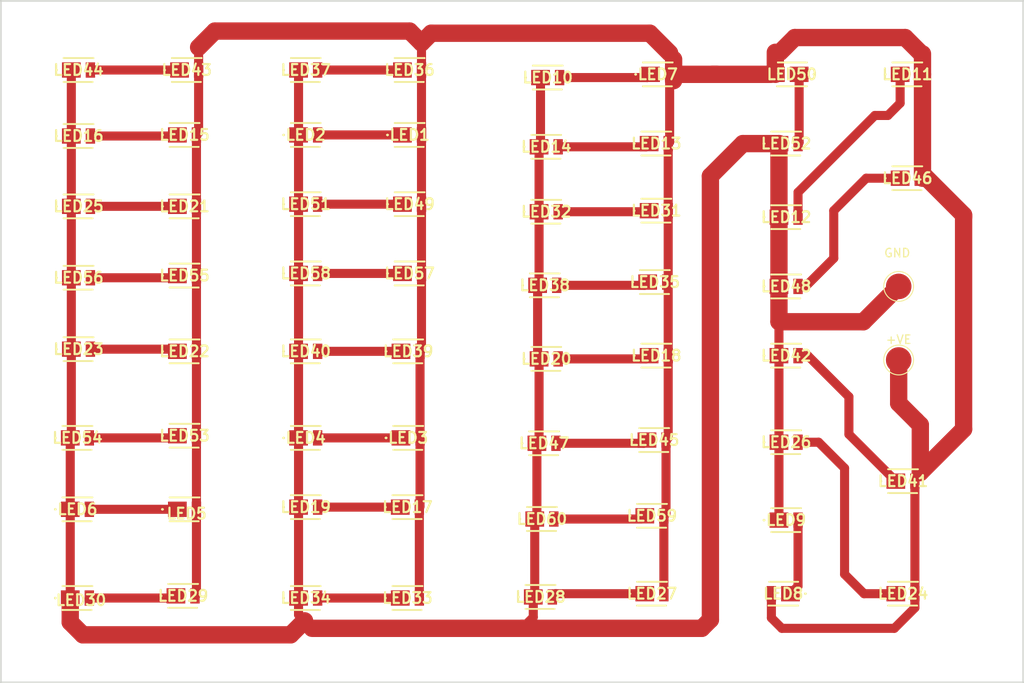
<source format=kicad_pcb>
(kicad_pcb (version 20211014) (generator pcbnew)
  (layers (0 "F.Cu" signal) (31 "B.Cu" signal) (34 "B.Paste" user) (35 "F.Paste" user) (36 "B.SilkS" user "B.Silkscreen") (37 "F.SilkS" user "F.Silkscreen") (38 "B.Mask" user) (39 "F.Mask" user) (44 "Edge.Cuts" user))
  (net 0 "")
  (net 1 "+24V")
  (net 2 "GND")
  (net 3 "Net-(LED46-Pad1)")
  (net 4 "Net-(LED33-Pad1)")
  (net 5 "Net-(LED45-Pad1)")
  (net 6 "Net-(LED43-Pad1)")
  (net 7 "Net-(LED41-Pad1)")
  (net 8 "Net-(LED39-Pad1)")
  (net 9 "Net-(LED35-Pad1)")
  (net 10 "Net-(LED36-Pad1)")
  (net 11 "Net-(LED31-Pad1)")
  (net 12 "Net-(LED49-Pad1)")
  (net 13 "Net-(LED50-Pad1)")
  (net 14 "Net-(LED53-Pad1)")
  (net 15 "Net-(LED55-Pad1)")
  (net 16 "Net-(LED57-Pad1)")
  (net 17 "Net-(LED59-Pad1)")
  (net 18 "Net-(LED17-Pad1)")
  (net 19 "Net-(LED1-Pad1)")
  (net 20 "Net-(LED3-Pad1)")
  (net 21 "Net-(LED5-Pad1)")
  (net 22 "Net-(LED10-Pad2)")
  (net 23 "Net-(LED8-Pad1)")
  (net 24 "Net-(LED11-Pad1)")
  (net 25 "Net-(LED13-Pad1)")
  (net 26 "Net-(LED15-Pad1)")
  (net 27 "Net-(LED18-Pad1)")
  (net 28 "Net-(LED21-Pad1)")
  (net 29 "Net-(LED22-Pad1)")
  (net 30 "Net-(LED24-Pad1)")
  (net 31 "Net-(LED27-Pad1)")
  (net 32 "Net-(LED29-Pad1)")
  (footprint "2835-library:JB2835BWTGH40EA0000N0000001" (layer "F.Cu") (at 52.864 86.868)
    (fp_text reference "LED43" (at 0.845 0) (layer "F.SilkS") (effects (font (size 1.27 1.27) (thickness 0.254))))
    (fp_text value "JB2835BWT-G-H40EA0000-N0000001" hide)
    (pad "1" smd rect locked (at 0 0 90) (size 1.8 2.2) (layers "F.Cu" "F.Paste" "F.Mask") (net 6 "Net-(LED43-Pad1)"))
    (pad "2" smd rect locked (at 2.24 0) (size 1.1 1.8) (layers "F.Cu" "F.Paste" "F.Mask") (net 1 "+24V"))
  )
  (footprint "2835-library:JB2835BWTGH40EA0000N0000001" (layer "F.Cu") (at 40.164 119.634)
    (fp_text reference "LED23" (at 0.845 0) (layer "F.SilkS") (effects (font (size 1.27 1.27) (thickness 0.254))))
    (fp_text value "JB2835BWT-G-H40EA0000-N0000001" hide)
    (pad "1" smd rect locked (at 0 0 90) (size 1.8 2.2) (layers "F.Cu" "F.Paste" "F.Mask") (net 2 "GND"))
    (pad "2" smd rect locked (at 2.24 0) (size 1.1 1.8) (layers "F.Cu" "F.Paste" "F.Mask") (net 29 "Net-(LED22-Pad1)"))
  )
  (footprint "2835-library:JB2835BWTGH40EA0000N0000001" (layer "F.Cu") (at 137.446 99.568)
    (fp_text reference "LED46" (at 0.845 0) (layer "F.SilkS") (effects (font (size 1.27 1.27) (thickness 0.254))))
    (fp_text value "JB2835BWT-G-H40EA0000-N0000001" hide)
    (pad "1" smd rect locked (at 0 0 90) (size 1.8 2.2) (layers "F.Cu" "F.Paste" "F.Mask") (net 3 "Net-(LED46-Pad1)"))
    (pad "2" smd rect locked (at 2.24 0) (size 1.1 1.8) (layers "F.Cu" "F.Paste" "F.Mask") (net 1 "+24V"))
  )
  (footprint "2835-library:JB2835BWTGH40EA0000N0000001" (layer "F.Cu") (at 136.938 148.336)
    (fp_text reference "LED24" (at 0.845 0) (layer "F.SilkS") (effects (font (size 1.27 1.27) (thickness 0.254))))
    (fp_text value "JB2835BWT-G-H40EA0000-N0000001" hide)
    (pad "1" smd rect locked (at 0 0 90) (size 1.8 2.2) (layers "F.Cu" "F.Paste" "F.Mask") (net 30 "Net-(LED24-Pad1)"))
    (pad "2" smd rect locked (at 2.24 0) (size 1.1 1.8) (layers "F.Cu" "F.Paste" "F.Mask") (net 1 "+24V"))
  )
  (footprint "2835-library:JB2835BWTGH40EA0000N0000001" (layer "F.Cu") (at 107.474 148.336)
    (fp_text reference "LED27" (at 0.845 0) (layer "F.SilkS") (effects (font (size 1.27 1.27) (thickness 0.254))))
    (fp_text value "JB2835BWT-G-H40EA0000-N0000001" hide)
    (pad "1" smd rect locked (at 0 0 90) (size 1.8 2.2) (layers "F.Cu" "F.Paste" "F.Mask") (net 31 "Net-(LED27-Pad1)"))
    (pad "2" smd rect locked (at 2.24 0) (size 1.1 1.8) (layers "F.Cu" "F.Paste" "F.Mask") (net 1 "+24V"))
  )
  (footprint "2835-library:JB2835BWTGH40EA0000N0000001" (layer "F.Cu") (at 66.834 94.488)
    (fp_text reference "LED2" (at 0.845 0) (layer "F.SilkS") (effects (font (size 1.27 1.27) (thickness 0.254))))
    (fp_text value "JB2835BWT-G-H40EA0000-N0000001" hide)
    (pad "1" smd rect locked (at 0 0 90) (size 1.8 2.2) (layers "F.Cu" "F.Paste" "F.Mask") (net 2 "GND"))
    (pad "2" smd rect locked (at 2.24 0) (size 1.1 1.8) (layers "F.Cu" "F.Paste" "F.Mask") (net 19 "Net-(LED1-Pad1)"))
  )
  (footprint "2835-library:JB2835BWTGH40EA0000N0000001" (layer "F.Cu") (at 78.772 138.176)
    (fp_text reference "LED17" (at 0.845 0) (layer "F.SilkS") (effects (font (size 1.27 1.27) (thickness 0.254))))
    (fp_text value "JB2835BWT-G-H40EA0000-N0000001" hide)
    (pad "1" smd rect locked (at 0 0 90) (size 1.8 2.2) (layers "F.Cu" "F.Paste" "F.Mask") (net 18 "Net-(LED17-Pad1)"))
    (pad "2" smd rect locked (at 2.24 0) (size 1.1 1.8) (layers "F.Cu" "F.Paste" "F.Mask") (net 1 "+24V"))
  )
  (footprint "2835-library:JB2835BWTGH40EA0000N0000001" (layer "F.Cu") (at 52.439 148.59)
    (fp_text reference "LED29" (at 0.845 0) (layer "F.SilkS") (effects (font (size 1.27 1.27) (thickness 0.254))))
    (fp_text value "JB2835BWT-G-H40EA0000-N0000001" hide)
    (pad "1" smd rect locked (at 0 0 90) (size 1.8 2.2) (layers "F.Cu" "F.Paste" "F.Mask") (net 32 "Net-(LED29-Pad1)"))
    (pad "2" smd rect locked (at 2.24 0) (size 1.1 1.8) (layers "F.Cu" "F.Paste" "F.Mask") (net 1 "+24V"))
  )
  (footprint "2835-library:JB2835BWTGH40EA0000N0000001" (layer "F.Cu") (at 123.222 112.268)
    (fp_text reference "LED48" (at 0.845 0) (layer "F.SilkS") (effects (font (size 1.27 1.27) (thickness 0.254))))
    (fp_text value "JB2835BWT-G-H40EA0000-N0000001" hide)
    (pad "1" smd rect locked (at 0 0 90) (size 1.8 2.2) (layers "F.Cu" "F.Paste" "F.Mask") (net 2 "GND"))
    (pad "2" smd rect locked (at 2.24 0) (size 1.1 1.8) (layers "F.Cu" "F.Paste" "F.Mask") (net 3 "Net-(LED46-Pad1)"))
  )
  (footprint "2835-library:JB2835BWTGH40EA0000N0000001" (layer "F.Cu") (at 123.222 139.7)
    (fp_text reference "LED9" (at 0.845 0) (layer "F.SilkS") (effects (font (size 1.27 1.27) (thickness 0.254))))
    (fp_text value "JB2835BWT-G-H40EA0000-N0000001" hide)
    (pad "1" smd rect locked (at 0 0 90) (size 1.8 2.2) (layers "F.Cu" "F.Paste" "F.Mask") (net 2 "GND"))
    (pad "2" smd rect locked (at 2.24 0) (size 1.1 1.8) (layers "F.Cu" "F.Paste" "F.Mask") (net 23 "Net-(LED8-Pad1)"))
  )
  (footprint "2835-library:JB2835BWTGH40EA0000N0000001" (layer "F.Cu") (at 95.065 95.883)
    (fp_text reference "LED14" (at 0.845 0) (layer "F.SilkS") (effects (font (size 1.27 1.27) (thickness 0.254))))
    (fp_text value "JB2835BWT-G-H40EA0000-N0000001" hide)
    (pad "1" smd rect locked (at 0 0 90) (size 1.8 2.2) (layers "F.Cu" "F.Paste" "F.Mask") (net 2 "GND"))
    (pad "2" smd rect locked (at 2.24 0) (size 1.1 1.8) (layers "F.Cu" "F.Paste" "F.Mask") (net 25 "Net-(LED13-Pad1)"))
  )
  (footprint "TestPoint:TestPoint_Pad_D3.0mm" (layer "F.Cu") (at 137.275 112.268)
    (fp_text reference "GND" (at -0.171 -3.922) (layer "F.SilkS"))
    (fp_text value "TestPoint")
    (pad "1" smd circle (at 0 0) (size 3 3) (layers "F.Cu" "F.Mask") (net 2 "GND"))
  )
  (footprint "2835-library:JB2835BWTGH40EA0000N0000001" (layer "F.Cu") (at 94.811 130.681)
    (fp_text reference "LED47" (at 0.845 0) (layer "F.SilkS") (effects (font (size 1.27 1.27) (thickness 0.254))))
    (fp_text value "JB2835BWT-G-H40EA0000-N0000001" hide)
    (pad "1" smd rect locked (at 0 0 90) (size 1.8 2.2) (layers "F.Cu" "F.Paste" "F.Mask") (net 2 "GND"))
    (pad "2" smd rect locked (at 2.24 0) (size 1.1 1.8) (layers "F.Cu" "F.Paste" "F.Mask") (net 5 "Net-(LED45-Pad1)"))
  )
  (footprint "TestPoint:TestPoint_Pad_D3.0mm" (layer "F.Cu") (at 137.275 120.904)
    (fp_text reference "+VE" (at 0 -2.398) (layer "F.SilkS"))
    (fp_text value "TestPoint")
    (pad "1" smd circle (at 0 0) (size 3 3) (layers "F.Cu" "F.Mask") (net 1 "+24V"))
  )
  (footprint "2835-library:JB2835BWTGH40EA0000N0000001" (layer "F.Cu") (at 52.61 110.998)
    (fp_text reference "LED55" (at 0.845 0) (layer "F.SilkS") (effects (font (size 1.27 1.27) (thickness 0.254))))
    (fp_text value "JB2835BWT-G-H40EA0000-N0000001" hide)
    (pad "1" smd rect locked (at 0 0 90) (size 1.8 2.2) (layers "F.Cu" "F.Paste" "F.Mask") (net 15 "Net-(LED55-Pad1)"))
    (pad "2" smd rect locked (at 2.24 0) (size 1.1 1.8) (layers "F.Cu" "F.Paste" "F.Mask") (net 1 "+24V"))
  )
  (footprint "2835-library:JB2835BWTGH40EA0000N0000001" (layer "F.Cu") (at 123.222 120.396)
    (fp_text reference "LED42" (at 0.845 0) (layer "F.SilkS") (effects (font (size 1.27 1.27) (thickness 0.254))))
    (fp_text value "JB2835BWT-G-H40EA0000-N0000001" hide)
    (pad "1" smd rect locked (at 0 0 90) (size 1.8 2.2) (layers "F.Cu" "F.Paste" "F.Mask") (net 2 "GND"))
    (pad "2" smd rect locked (at 2.24 0) (size 1.1 1.8) (layers "F.Cu" "F.Paste" "F.Mask") (net 7 "Net-(LED41-Pad1)"))
  )
  (footprint "2835-library:JB2835BWTGH40EA0000N0000001" (layer "F.Cu") (at 123.222 104.14)
    (fp_text reference "LED12" (at 0.845 0) (layer "F.SilkS") (effects (font (size 1.27 1.27) (thickness 0.254))))
    (fp_text value "JB2835BWT-G-H40EA0000-N0000001" hide)
    (pad "1" smd rect locked (at 0 0 90) (size 1.8 2.2) (layers "F.Cu" "F.Paste" "F.Mask") (net 2 "GND"))
    (pad "2" smd rect locked (at 2.24 0) (size 1.1 1.8) (layers "F.Cu" "F.Paste" "F.Mask") (net 24 "Net-(LED11-Pad1)"))
  )
  (footprint "2835-library:JB2835BWTGH40EA0000N0000001" (layer "F.Cu") (at 79.026 110.744)
    (fp_text reference "LED57" (at 0.845 0) (layer "F.SilkS") (effects (font (size 1.27 1.27) (thickness 0.254))))
    (fp_text value "JB2835BWT-G-H40EA0000-N0000001" hide)
    (pad "1" smd rect locked (at 0 0 90) (size 1.8 2.2) (layers "F.Cu" "F.Paste" "F.Mask") (net 16 "Net-(LED57-Pad1)"))
    (pad "2" smd rect locked (at 2.24 0) (size 1.1 1.8) (layers "F.Cu" "F.Paste" "F.Mask") (net 1 "+24V"))
  )
  (footprint "2835-library:JB2835BWTGH40EA0000N0000001" (layer "F.Cu") (at 52.61 138.43)
    (fp_text reference "LED5" (at 1.099 0.508) (layer "F.SilkS") (effects (font (size 1.27 1.27) (thickness 0.254))))
    (fp_text value "JB2835BWT-G-H40EA0000-N0000001" hide)
    (pad "1" smd rect locked (at 0 0 90) (size 1.8 2.2) (layers "F.Cu" "F.Paste" "F.Mask") (net 21 "Net-(LED5-Pad1)"))
    (pad "2" smd rect locked (at 2.24 0) (size 1.1 1.8) (layers "F.Cu" "F.Paste" "F.Mask") (net 1 "+24V"))
  )
  (footprint "2835-library:JB2835BWTGH40EA0000N0000001" (layer "F.Cu") (at 108.153 87.376)
    (fp_text reference "LED7" (at 0.845 0) (layer "F.SilkS") (effects (font (size 1.27 1.27) (thickness 0.254))))
    (fp_text value "JB2835BWT-G-H40EA0000-N0000001" hide)
    (pad "1" smd rect locked (at 0 0 90) (size 1.8 2.2) (layers "F.Cu" "F.Paste" "F.Mask") (net 22 "Net-(LED10-Pad2)"))
    (pad "2" smd rect locked (at 2.24 0) (size 1.1 1.8) (layers "F.Cu" "F.Paste" "F.Mask") (net 1 "+24V"))
  )
  (footprint "2835-library:JB2835BWTGH40EA0000N0000001" (layer "F.Cu") (at 66.834 86.868)
    (fp_text reference "LED37" (at 0.845 0) (layer "F.SilkS") (effects (font (size 1.27 1.27) (thickness 0.254))))
    (fp_text value "JB2835BWT-G-H40EA0000-N0000001" hide)
    (pad "1" smd rect locked (at 0 0 90) (size 1.8 2.2) (layers "F.Cu" "F.Paste" "F.Mask") (net 2 "GND"))
    (pad "2" smd rect locked (at 2.24 0) (size 1.1 1.8) (layers "F.Cu" "F.Paste" "F.Mask") (net 10 "Net-(LED36-Pad1)"))
  )
  (footprint "2835-library:JB2835BWTGH40EA0000N0000001" (layer "F.Cu") (at 66.834 138.176)
    (fp_text reference "LED19" (at 0.845 0) (layer "F.SilkS") (effects (font (size 1.27 1.27) (thickness 0.254))))
    (fp_text value "JB2835BWT-G-H40EA0000-N0000001" hide)
    (pad "1" smd rect locked (at 0 0 90) (size 1.8 2.2) (layers "F.Cu" "F.Paste" "F.Mask") (net 2 "GND"))
    (pad "2" smd rect locked (at 2.24 0) (size 1.1 1.8) (layers "F.Cu" "F.Paste" "F.Mask") (net 18 "Net-(LED17-Pad1)"))
  )
  (footprint "2835-library:JB2835BWTGH40EA0000N0000001" (layer "F.Cu") (at 52.61 129.794)
    (fp_text reference "LED53" (at 0.845 0) (layer "F.SilkS") (effects (font (size 1.27 1.27) (thickness 0.254))))
    (fp_text value "JB2835BWT-G-H40EA0000-N0000001" hide)
    (pad "1" smd rect locked (at 0 0 90) (size 1.8 2.2) (layers "F.Cu" "F.Paste" "F.Mask") (net 14 "Net-(LED53-Pad1)"))
    (pad "2" smd rect locked (at 2.24 0) (size 1.1 1.8) (layers "F.Cu" "F.Paste" "F.Mask") (net 1 "+24V"))
  )
  (footprint "2835-library:JB2835BWTGH40EA0000N0000001" (layer "F.Cu") (at 52.61 119.888)
    (fp_text reference "LED22" (at 0.845 0) (layer "F.SilkS") (effects (font (size 1.27 1.27) (thickness 0.254))))
    (fp_text value "JB2835BWT-G-H40EA0000-N0000001" hide)
    (pad "1" smd rect locked (at 0 0 90) (size 1.8 2.2) (layers "F.Cu" "F.Paste" "F.Mask") (net 29 "Net-(LED22-Pad1)"))
    (pad "2" smd rect locked (at 2.24 0) (size 1.1 1.8) (layers "F.Cu" "F.Paste" "F.Mask") (net 1 "+24V"))
  )
  (footprint "2835-library:JB2835BWTGH40EA0000N0000001" (layer "F.Cu") (at 136.938 135.128)
    (fp_text reference "LED41" (at 0.845 0) (layer "F.SilkS") (effects (font (size 1.27 1.27) (thickness 0.254))))
    (fp_text value "JB2835BWT-G-H40EA0000-N0000001" hide)
    (pad "1" smd rect locked (at 0 0 90) (size 1.8 2.2) (layers "F.Cu" "F.Paste" "F.Mask") (net 7 "Net-(LED41-Pad1)"))
    (pad "2" smd rect locked (at 2.24 0) (size 1.1 1.8) (layers "F.Cu" "F.Paste" "F.Mask") (net 1 "+24V"))
  )
  (footprint "2835-library:JB2835BWTGH40EA0000N0000001" (layer "F.Cu") (at 40.037 148.844)
    (fp_text reference "LED30" (at 1.27 0.254) (layer "F.SilkS") (effects (font (size 1.27 1.27) (thickness 0.254))))
    (fp_text value "JB2835BWT-G-H40EA0000-N0000001" hide)
    (pad "1" smd rect locked (at 0 0 90) (size 1.8 2.2) (layers "F.Cu" "F.Paste" "F.Mask") (net 2 "GND"))
    (pad "2" smd rect locked (at 2.24 0) (size 1.1 1.8) (layers "F.Cu" "F.Paste" "F.Mask") (net 32 "Net-(LED29-Pad1)"))
  )
  (footprint "2835-library:JB2835BWTGH40EA0000N0000001" (layer "F.Cu") (at 40.164 86.868)
    (fp_text reference "LED44" (at 0.845 0) (layer "F.SilkS") (effects (font (size 1.27 1.27) (thickness 0.254))))
    (fp_text value "JB2835BWT-G-H40EA0000-N0000001" hide)
    (pad "1" smd rect locked (at 0 0 90) (size 1.8 2.2) (layers "F.Cu" "F.Paste" "F.Mask") (net 2 "GND"))
    (pad "2" smd rect locked (at 2.24 0) (size 1.1 1.8) (layers "F.Cu" "F.Paste" "F.Mask") (net 6 "Net-(LED43-Pad1)"))
  )
  (footprint "2835-library:JB2835BWTGH40EA0000N0000001" (layer "F.Cu") (at 66.834 119.888)
    (fp_text reference "LED40" (at 0.845 0) (layer "F.SilkS") (effects (font (size 1.27 1.27) (thickness 0.254))))
    (fp_text value "JB2835BWT-G-H40EA0000-N0000001" hide)
    (pad "1" smd rect locked (at 0 0 90) (size 1.8 2.2) (layers "F.Cu" "F.Paste" "F.Mask") (net 2 "GND"))
    (pad "2" smd rect locked (at 2.24 0) (size 1.1 1.8) (layers "F.Cu" "F.Paste" "F.Mask") (net 8 "Net-(LED39-Pad1)"))
  )
  (footprint "2835-library:JB2835BWTGH40EA0000N0000001" (layer "F.Cu") (at 95.236 87.755)
    (fp_text reference "LED10" (at 0.845 0) (layer "F.SilkS") (effects (font (size 1.27 1.27) (thickness 0.254))))
    (fp_text value "JB2835BWT-G-H40EA0000-N0000001" hide)
    (pad "1" smd rect locked (at 0 0 90) (size 1.8 2.2) (layers "F.Cu" "F.Paste" "F.Mask") (net 2 "GND"))
    (pad "2" smd rect locked (at 2.24 0) (size 1.1 1.8) (layers "F.Cu" "F.Paste" "F.Mask") (net 22 "Net-(LED10-Pad2)"))
  )
  (footprint "2835-library:JB2835BWTGH40EA0000N0000001" (layer "F.Cu") (at 107.728 130.302)
    (fp_text reference "LED45" (at 0.845 0) (layer "F.SilkS") (effects (font (size 1.27 1.27) (thickness 0.254))))
    (fp_text value "JB2835BWT-G-H40EA0000-N0000001" hide)
    (pad "1" smd rect locked (at 0 0 90) (size 1.8 2.2) (layers "F.Cu" "F.Paste" "F.Mask") (net 5 "Net-(LED45-Pad1)"))
    (pad "2" smd rect locked (at 2.24 0) (size 1.1 1.8) (layers "F.Cu" "F.Paste" "F.Mask") (net 1 "+24V"))
  )
  (footprint "2835-library:JB2835BWTGH40EA0000N0000001" (layer "F.Cu") (at 40.164 111.252)
    (fp_text reference "LED56" (at 0.845 0) (layer "F.SilkS") (effects (font (size 1.27 1.27) (thickness 0.254))))
    (fp_text value "JB2835BWT-G-H40EA0000-N0000001" hide)
    (pad "1" smd rect locked (at 0 0 90) (size 1.8 2.2) (layers "F.Cu" "F.Paste" "F.Mask") (net 2 "GND"))
    (pad "2" smd rect locked (at 2.24 0) (size 1.1 1.8) (layers "F.Cu" "F.Paste" "F.Mask") (net 15 "Net-(LED55-Pad1)"))
  )
  (footprint "2835-library:JB2835BWTGH40EA0000N0000001" (layer "F.Cu") (at 66.834 148.844)
    (fp_text reference "LED34" (at 0.845 0) (layer "F.SilkS") (effects (font (size 1.27 1.27) (thickness 0.254))))
    (fp_text value "JB2835BWT-G-H40EA0000-N0000001" hide)
    (pad "1" smd rect locked (at 0 0 90) (size 1.8 2.2) (layers "F.Cu" "F.Paste" "F.Mask") (net 2 "GND"))
    (pad "2" smd rect locked (at 2.24 0) (size 1.1 1.8) (layers "F.Cu" "F.Paste" "F.Mask") (net 4 "Net-(LED33-Pad1)"))
  )
  (footprint "2835-library:JB2835BWTGH40EA0000N0000001" (layer "F.Cu") (at 66.834 102.616)
    (fp_text reference "LED51" (at 0.845 0) (layer "F.SilkS") (effects (font (size 1.27 1.27) (thickness 0.254))))
    (fp_text value "JB2835BWT-G-H40EA0000-N0000001" hide)
    (pad "1" smd rect locked (at 0 0 90) (size 1.8 2.2) (layers "F.Cu" "F.Paste" "F.Mask") (net 2 "GND"))
    (pad "2" smd rect locked (at 2.24 0) (size 1.1 1.8) (layers "F.Cu" "F.Paste" "F.Mask") (net 12 "Net-(LED49-Pad1)"))
  )
  (footprint "2835-library:JB2835BWTGH40EA0000N0000001" (layer "F.Cu") (at 52.61 102.87)
    (fp_text reference "LED21" (at 0.845 0) (layer "F.SilkS") (effects (font (size 1.27 1.27) (thickness 0.254))))
    (fp_text value "JB2835BWT-G-H40EA0000-N0000001" hide)
    (pad "1" smd rect locked (at 0 0 90) (size 1.8 2.2) (layers "F.Cu" "F.Paste" "F.Mask") (net 28 "Net-(LED21-Pad1)"))
    (pad "2" smd rect locked (at 2.24 0) (size 1.1 1.8) (layers "F.Cu" "F.Paste" "F.Mask") (net 1 "+24V"))
  )
  (footprint "2835-library:JB2835BWTGH40EA0000N0000001" (layer "F.Cu") (at 137.446 87.376)
    (fp_text reference "LED11" (at 0.845 0) (layer "F.SilkS") (effects (font (size 1.27 1.27) (thickness 0.254))))
    (fp_text value "JB2835BWT-G-H40EA0000-N0000001" hide)
    (pad "1" smd rect locked (at 0 0 90) (size 1.8 2.2) (layers "F.Cu" "F.Paste" "F.Mask") (net 24 "Net-(LED11-Pad1)"))
    (pad "2" smd rect locked (at 2.24 0) (size 1.1 1.8) (layers "F.Cu" "F.Paste" "F.Mask") (net 1 "+24V"))
  )
  (footprint "2835-library:JB2835BWTGH40EA0000N0000001" (layer "F.Cu") (at 123.222 130.556)
    (fp_text reference "LED26" (at 0.845 0) (layer "F.SilkS") (effects (font (size 1.27 1.27) (thickness 0.254))))
    (fp_text value "JB2835BWT-G-H40EA0000-N0000001" hide)
    (pad "1" smd rect locked (at 0 0 90) (size 1.8 2.2) (layers "F.Cu" "F.Paste" "F.Mask") (net 2 "GND"))
    (pad "2" smd rect locked (at 2.24 0) (size 1.1 1.8) (layers "F.Cu" "F.Paste" "F.Mask") (net 30 "Net-(LED24-Pad1)"))
  )
  (footprint "2835-library:JB2835BWTGH40EA0000N0000001" (layer "F.Cu") (at 94.386 148.715)
    (fp_text reference "LED28" (at 0.845 0) (layer "F.SilkS") (effects (font (size 1.27 1.27) (thickness 0.254))))
    (fp_text value "JB2835BWT-G-H40EA0000-N0000001" hide)
    (pad "1" smd rect locked (at 0 0 90) (size 1.8 2.2) (layers "F.Cu" "F.Paste" "F.Mask") (net 2 "GND"))
    (pad "2" smd rect locked (at 2.24 0) (size 1.1 1.8) (layers "F.Cu" "F.Paste" "F.Mask") (net 31 "Net-(LED27-Pad1)"))
  )
  (footprint "2835-library:JB2835BWTGH40EA0000N0000001" (layer "F.Cu") (at 124.575 148.336 180)
    (fp_text reference "LED8" (at 0.845 0) (layer "F.SilkS") (effects (font (size 1.27 1.27) (thickness 0.254))))
    (fp_text value "JB2835BWT-G-H40EA0000-N0000001" hide)
    (pad "1" smd rect locked (at 0 0 270) (size 1.8 2.2) (layers "F.Cu" "F.Paste" "F.Mask") (net 23 "Net-(LED8-Pad1)"))
    (pad "2" smd rect locked (at 2.24 0 180) (size 1.1 1.8) (layers "F.Cu" "F.Paste" "F.Mask") (net 1 "+24V"))
  )
  (footprint "2835-library:JB2835BWTGH40EA0000N0000001" (layer "F.Cu") (at 66.834 110.744)
    (fp_text reference "LED58" (at 0.845 0) (layer "F.SilkS") (effects (font (size 1.27 1.27) (thickness 0.254))))
    (fp_text value "JB2835BWT-G-H40EA0000-N0000001" hide)
    (pad "1" smd rect locked (at 0 0 90) (size 1.8 2.2) (layers "F.Cu" "F.Paste" "F.Mask") (net 2 "GND"))
    (pad "2" smd rect locked (at 2.24 0) (size 1.1 1.8) (layers "F.Cu" "F.Paste" "F.Mask") (net 16 "Net-(LED57-Pad1)"))
  )
  (footprint "2835-library:JB2835BWTGH40EA0000N0000001" (layer "F.Cu") (at 107.474 139.192)
    (fp_text reference "LED59" (at 0.845 0) (layer "F.SilkS") (effects (font (size 1.27 1.27) (thickness 0.254))))
    (fp_text value "JB2835BWT-G-H40EA0000-N0000001" hide)
    (pad "1" smd rect locked (at 0 0 90) (size 1.8 2.2) (layers "F.Cu" "F.Paste" "F.Mask") (net 17 "Net-(LED59-Pad1)"))
    (pad "2" smd rect locked (at 2.24 0) (size 1.1 1.8) (layers "F.Cu" "F.Paste" "F.Mask") (net 1 "+24V"))
  )
  (footprint "2835-library:JB2835BWTGH40EA0000N0000001" (layer "F.Cu") (at 95.065 120.775)
    (fp_text reference "LED20" (at 0.845 0) (layer "F.SilkS") (effects (font (size 1.27 1.27) (thickness 0.254))))
    (fp_text value "JB2835BWT-G-H40EA0000-N0000001" hide)
    (pad "1" smd rect locked (at 0 0 90) (size 1.8 2.2) (layers "F.Cu" "F.Paste" "F.Mask") (net 2 "GND"))
    (pad "2" smd rect locked (at 2.24 0) (size 1.1 1.8) (layers "F.Cu" "F.Paste" "F.Mask") (net 27 "Net-(LED18-Pad1)"))
  )
  (footprint "2835-library:JB2835BWTGH40EA0000N0000001" (layer "F.Cu") (at 78.855 130.048)
    (fp_text reference "LED3" (at 0.845 0) (layer "F.SilkS") (effects (font (size 1.27 1.27) (thickness 0.254))))
    (fp_text value "JB2835BWT-G-H40EA0000-N0000001" hide)
    (pad "1" smd rect locked (at 0 0 90) (size 1.8 2.2) (layers "F.Cu" "F.Paste" "F.Mask") (net 20 "Net-(LED3-Pad1)"))
    (pad "2" smd rect locked (at 2.24 0) (size 1.1 1.8) (layers "F.Cu" "F.Paste" "F.Mask") (net 1 "+24V"))
  )
  (footprint "2835-library:JB2835BWTGH40EA0000N0000001" (layer "F.Cu") (at 78.855 119.888)
    (fp_text reference "LED39" (at 0.845 0) (layer "F.SilkS") (effects (font (size 1.27 1.27) (thickness 0.254))))
    (fp_text value "JB2835BWT-G-H40EA0000-N0000001" hide)
    (pad "1" smd rect locked (at 0 0 90) (size 1.8 2.2) (layers "F.Cu" "F.Paste" "F.Mask") (net 8 "Net-(LED39-Pad1)"))
    (pad "2" smd rect locked (at 2.24 0) (size 1.1 1.8) (layers "F.Cu" "F.Paste" "F.Mask") (net 1 "+24V"))
  )
  (footprint "2835-library:JB2835BWTGH40EA0000N0000001" (layer "F.Cu") (at 40.037 130.048)
    (fp_text reference "LED54" (at 0.845 0) (layer "F.SilkS") (effects (font (size 1.27 1.27) (thickness 0.254))))
    (fp_text value "JB2835BWT-G-H40EA0000-N0000001" hide)
    (pad "1" smd rect locked (at 0 0 90) (size 1.8 2.2) (layers "F.Cu" "F.Paste" "F.Mask") (net 2 "GND"))
    (pad "2" smd rect locked (at 2.24 0) (size 1.1 1.8) (layers "F.Cu" "F.Paste" "F.Mask") (net 14 "Net-(LED53-Pad1)"))
  )
  (footprint "2835-library:JB2835BWTGH40EA0000N0000001" (layer "F.Cu") (at 78.772 148.844)
    (fp_text reference "LED33" (at 0.845 0) (layer "F.SilkS") (effects (font (size 1.27 1.27) (thickness 0.254))))
    (fp_text value "JB2835BWT-G-H40EA0000-N0000001" hide)
    (pad "1" smd rect locked (at 0 0 90) (size 1.8 2.2) (layers "F.Cu" "F.Paste" "F.Mask") (net 4 "Net-(LED33-Pad1)"))
    (pad "2" smd rect locked (at 2.24 0) (size 1.1 1.8) (layers "F.Cu" "F.Paste" "F.Mask") (net 1 "+24V"))
  )
  (footprint "2835-library:JB2835BWTGH40EA0000N0000001" (layer "F.Cu") (at 123.222 95.504)
    (fp_text reference "LED52" (at 0.845 0) (layer "F.SilkS") (effects (font (size 1.27 1.27) (thickness 0.254))))
    (fp_text value "JB2835BWT-G-H40EA0000-N0000001" hide)
    (pad "1" smd rect locked (at 0 0 90) (size 1.8 2.2) (layers "F.Cu" "F.Paste" "F.Mask") (net 2 "GND"))
    (pad "2" smd rect locked (at 2.24 0) (size 1.1 1.8) (layers "F.Cu" "F.Paste" "F.Mask") (net 13 "Net-(LED50-Pad1)"))
  )
  (footprint "2835-library:JB2835BWTGH40EA0000N0000001" (layer "F.Cu") (at 95.065 103.503)
    (fp_text reference "LED32" (at 0.845 0) (layer "F.SilkS") (effects (font (size 1.27 1.27) (thickness 0.254))))
    (fp_text value "JB2835BWT-G-H40EA0000-N0000001" hide)
    (pad "1" smd rect locked (at 0 0 90) (size 1.8 2.2) (layers "F.Cu" "F.Paste" "F.Mask") (net 2 "GND"))
    (pad "2" smd rect locked (at 2.24 0) (size 1.1 1.8) (layers "F.Cu" "F.Paste" "F.Mask") (net 11 "Net-(LED31-Pad1)"))
  )
  (footprint "2835-library:JB2835BWTGH40EA0000N0000001" (layer "F.Cu") (at 94.894 112.139)
    (fp_text reference "LED38" (at 0.845 0) (layer "F.SilkS") (effects (font (size 1.27 1.27) (thickness 0.254))))
    (fp_text value "JB2835BWT-G-H40EA0000-N0000001" hide)
    (pad "1" smd rect locked (at 0 0 90) (size 1.8 2.2) (layers "F.Cu" "F.Paste" "F.Mask") (net 2 "GND"))
    (pad "2" smd rect locked (at 2.24 0) (size 1.1 1.8) (layers "F.Cu" "F.Paste" "F.Mask") (net 9 "Net-(LED35-Pad1)"))
  )
  (footprint "2835-library:JB2835BWTGH40EA0000N0000001" (layer "F.Cu") (at 79.026 102.616)
    (fp_text reference "LED49" (at 0.845 0) (layer "F.SilkS") (effects (font (size 1.27 1.27) (thickness 0.254))))
    (fp_text value "JB2835BWT-G-H40EA0000-N0000001" hide)
    (pad "1" smd rect locked (at 0 0 90) (size 1.8 2.2) (layers "F.Cu" "F.Paste" "F.Mask") (net 12 "Net-(LED49-Pad1)"))
    (pad "2" smd rect locked (at 2.24 0) (size 1.1 1.8) (layers "F.Cu" "F.Paste" "F.Mask") (net 1 "+24V"))
  )
  (footprint "2835-library:JB2835BWTGH40EA0000N0000001" (layer "F.Cu") (at 94.557 139.571)
    (fp_text reference "LED60" (at 0.845 0) (layer "F.SilkS") (effects (font (size 1.27 1.27) (thickness 0.254))))
    (fp_text value "JB2835BWT-G-H40EA0000-N0000001" hide)
    (pad "1" smd rect locked (at 0 0 90) (size 1.8 2.2) (layers "F.Cu" "F.Paste" "F.Mask") (net 2 "GND"))
    (pad "2" smd rect locked (at 2.24 0) (size 1.1 1.8) (layers "F.Cu" "F.Paste" "F.Mask") (net 17 "Net-(LED59-Pad1)"))
  )
  (footprint "2835-library:JB2835BWTGH40EA0000N0000001" (layer "F.Cu") (at 79.026 94.488)
    (fp_text reference "LED1" (at 0.845 0) (layer "F.SilkS") (effects (font (size 1.27 1.27) (thickness 0.254))))
    (fp_text value "JB2835BWT-G-H40EA0000-N0000001" hide)
    (pad "1" smd rect locked (at 0 0 90) (size 1.8 2.2) (layers "F.Cu" "F.Paste" "F.Mask") (net 19 "Net-(LED1-Pad1)"))
    (pad "2" smd rect locked (at 2.24 0) (size 1.1 1.8) (layers "F.Cu" "F.Paste" "F.Mask") (net 1 "+24V"))
  )
  (footprint "2835-library:JB2835BWTGH40EA0000N0000001" (layer "F.Cu") (at 40.037 138.43)
    (fp_text reference "LED6" (at 0.845 0) (layer "F.SilkS") (effects (font (size 1.27 1.27) (thickness 0.254))))
    (fp_text value "JB2835BWT-G-H40EA0000-N0000001" hide)
    (pad "1" smd rect locked (at 0 0 90) (size 1.8 2.2) (layers "F.Cu" "F.Paste" "F.Mask") (net 2 "GND"))
    (pad "2" smd rect locked (at 2.24 0) (size 1.1 1.8) (layers "F.Cu" "F.Paste" "F.Mask") (net 21 "Net-(LED5-Pad1)"))
  )
  (footprint "2835-library:JB2835BWTGH40EA0000N0000001" (layer "F.Cu") (at 52.61 94.488)
    (fp_text reference "LED15" (at 0.845 0) (layer "F.SilkS") (effects (font (size 1.27 1.27) (thickness 0.254))))
    (fp_text value "JB2835BWT-G-H40EA0000-N0000001" hide)
    (pad "1" smd rect locked (at 0 0 90) (size 1.8 2.2) (layers "F.Cu" "F.Paste" "F.Mask") (net 26 "Net-(LED15-Pad1)"))
    (pad "2" smd rect locked (at 2.24 0) (size 1.1 1.8) (layers "F.Cu" "F.Paste" "F.Mask") (net 1 "+24V"))
  )
  (footprint "2835-library:JB2835BWTGH40EA0000N0000001" (layer "F.Cu") (at 107.982 120.396)
    (fp_text reference "LED18" (at 0.845 0) (layer "F.SilkS") (effects (font (size 1.27 1.27) (thickness 0.254))))
    (fp_text value "JB2835BWT-G-H40EA0000-N0000001" hide)
    (pad "1" smd rect locked (at 0 0 90) (size 1.8 2.2) (layers "F.Cu" "F.Paste" "F.Mask") (net 27 "Net-(LED18-Pad1)"))
    (pad "2" smd rect locked (at 2.24 0) (size 1.1 1.8) (layers "F.Cu" "F.Paste" "F.Mask") (net 1 "+24V"))
  )
  (footprint "2835-library:JB2835BWTGH40EA0000N0000001" (layer "F.Cu") (at 40.164 102.87)
    (fp_text reference "LED25" (at 0.845 0) (layer "F.SilkS") (effects (font (size 1.27 1.27) (thickness 0.254))))
    (fp_text value "JB2835BWT-G-H40EA0000-N0000001" hide)
    (pad "1" smd rect locked (at 0 0 90) (size 1.8 2.2) (layers "F.Cu" "F.Paste" "F.Mask") (net 2 "GND"))
    (pad "2" smd rect locked (at 2.24 0) (size 1.1 1.8) (layers "F.Cu" "F.Paste" "F.Mask") (net 28 "Net-(LED21-Pad1)"))
  )
  (footprint "2835-library:JB2835BWTGH40EA0000N0000001" (layer "F.Cu") (at 79.026 86.868)
    (fp_text reference "LED36" (at 0.845 0) (layer "F.SilkS") (effects (font (size 1.27 1.27) (thickness 0.254))))
    (fp_text value "JB2835BWT-G-H40EA0000-N0000001" hide)
    (pad "1" smd rect locked (at 0 0 90) (size 1.8 2.2) (layers "F.Cu" "F.Paste" "F.Mask") (net 10 "Net-(LED36-Pad1)"))
    (pad "2" smd rect locked (at 2.24 0) (size 1.1 1.8) (layers "F.Cu" "F.Paste" "F.Mask") (net 1 "+24V"))
  )
  (footprint "2835-library:JB2835BWTGH40EA0000N0000001" (layer "F.Cu") (at 107.982 103.378)
    (fp_text reference "LED31" (at 0.845 0) (layer "F.SilkS") (effects (font (size 1.27 1.27) (thickness 0.254))))
    (fp_text value "JB2835BWT-G-H40EA0000-N0000001" hide)
    (pad "1" smd rect locked (at 0 0 90) (size 1.8 2.2) (layers "F.Cu" "F.Paste" "F.Mask") (net 11 "Net-(LED31-Pad1)"))
    (pad "2" smd rect locked (at 2.24 0) (size 1.1 1.8) (layers "F.Cu" "F.Paste" "F.Mask") (net 1 "+24V"))
  )
  (footprint "2835-library:JB2835BWTGH40EA0000N0000001" (layer "F.Cu") (at 107.811 111.76)
    (fp_text reference "LED35" (at 0.845 0) (layer "F.SilkS") (effects (font (size 1.27 1.27) (thickness 0.254))))
    (fp_text value "JB2835BWT-G-H40EA0000-N0000001" hide)
    (pad "1" smd rect locked (at 0 0 90) (size 1.8 2.2) (layers "F.Cu" "F.Paste" "F.Mask") (net 9 "Net-(LED35-Pad1)"))
    (pad "2" smd rect locked (at 2.24 0) (size 1.1 1.8) (layers "F.Cu" "F.Paste" "F.Mask") (net 1 "+24V"))
  )
  (footprint "2835-library:JB2835BWTGH40EA0000N0000001" (layer "F.Cu") (at 66.834 130.048)
    (fp_text reference "LED4" (at 0.845 0) (layer "F.SilkS") (effects (font (size 1.27 1.27) (thickness 0.254))))
    (fp_text value "JB2835BWT-G-H40EA0000-N0000001" hide)
    (pad "1" smd rect locked (at 0 0 90) (size 1.8 2.2) (layers "F.Cu" "F.Paste" "F.Mask") (net 2 "GND"))
    (pad "2" smd rect locked (at 2.24 0) (size 1.1 1.8) (layers "F.Cu" "F.Paste" "F.Mask") (net 20 "Net-(LED3-Pad1)"))
  )
  (footprint "2835-library:JB2835BWTGH40EA0000N0000001" (layer "F.Cu") (at 107.982 95.504)
    (fp_text reference "LED13" (at 0.845 0) (layer "F.SilkS") (effects (font (size 1.27 1.27) (thickness 0.254))))
    (fp_text value "JB2835BWT-G-H40EA0000-N0000001" hide)
    (pad "1" smd rect locked (at 0 0 90) (size 1.8 2.2) (layers "F.Cu" "F.Paste" "F.Mask") (net 25 "Net-(LED13-Pad1)"))
    (pad "2" smd rect locked (at 2.24 0) (size 1.1 1.8) (layers "F.Cu" "F.Paste" "F.Mask") (net 1 "+24V"))
  )
  (footprint "2835-library:JB2835BWTGH40EA0000N0000001" (layer "F.Cu") (at 40.164 94.615)
    (fp_text reference "LED16" (at 0.845 0) (layer "F.SilkS") (effects (font (size 1.27 1.27) (thickness 0.254))))
    (fp_text value "JB2835BWT-G-H40EA0000-N0000001" hide)
    (pad "1" smd rect locked (at 0 0 90) (size 1.8 2.2) (layers "F.Cu" "F.Paste" "F.Mask") (net 2 "GND"))
    (pad "2" smd rect locked (at 2.24 0) (size 1.1 1.8) (layers "F.Cu" "F.Paste" "F.Mask") (net 26 "Net-(LED15-Pad1)"))
  )
  (footprint "2835-library:JB2835BWTGH40EA0000N0000001" (layer "F.Cu") (at 125.591 87.376 180)
    (fp_text reference "LED50" (at 0.845 0) (layer "F.SilkS") (effects (font (size 1.27 1.27) (thickness 0.254))))
    (fp_text value "JB2835BWT-G-H40EA0000-N0000001" hide)
    (pad "1" smd rect locked (at 0 0 270) (size 1.8 2.2) (layers "F.Cu" "F.Paste" "F.Mask") (net 13 "Net-(LED50-Pad1)"))
    (pad "2" smd rect locked (at 2.24 0 180) (size 1.1 1.8) (layers "F.Cu" "F.Paste" "F.Mask") (net 1 "+24V"))
  )
  (gr_rect (start 31.892 78.75) (end 151.892 158.75) (layer "Edge.Cuts") (width 0.2) (fill none))
  (segment (start 139.815 134.112) (end 144.895 129.032) (width 2.03286) (layer "F.Cu") (net 1))
  (segment (start 81.095 138.093) (end 81.012 138.176) (width 1.06307) (layer "F.Cu") (net 1))
  (segment (start 137.275 125.984) (end 139.307 128.016) (width 2.03286) (layer "F.Cu") (net 1))
  (segment (start 109.968 138.938) (end 109.714 139.192) (width 1.06307) (layer "F.Cu") (net 1))
  (segment (start 144.895 103.886) (end 140.323 99.314) (width 2.03286) (layer "F.Cu") (net 1))
  (segment (start 123.559 152.4) (end 136.767 152.4) (width 1.06307) (layer "F.Cu") (net 1))
  (segment (start 140.069 87.376) (end 140.069 99.568) (width 2.03286) (layer "F.Cu") (net 1))
  (segment (start 144.895 129.032) (end 144.895 104.14) (width 2.03286) (layer "F.Cu") (net 1))
  (segment (start 55.104 84.203) (end 57.011 82.296) (width 2.03286) (layer "F.Cu") (net 1))
  (segment (start 137.275 120.904) (end 137.275 125.984) (width 2.03286) (layer "F.Cu") (net 1))
  (segment (start 108.065 82.55) (end 110.393 84.878) (width 2.03286) (layer "F.Cu") (net 1))
  (segment (start 110.222 130.048) (end 109.968 130.302) (width 1.06307) (layer "F.Cu") (net 1))
  (segment (start 55.104 94.234) (end 54.85 94.488) (width 1.06307) (layer "F.Cu") (net 1))
  (segment (start 110.859 85.619) (end 110.859 88.117) (width 2.03286) (layer "F.Cu") (net 1))
  (segment (start 54.85 148.419) (end 54.679 148.59) (width 1.06307) (layer "F.Cu") (net 1))
  (segment (start 110.222 120.396) (end 110.222 130.048) (width 1.06307) (layer "F.Cu") (net 1))
  (segment (start 54.85 119.888) (end 54.85 129.794) (width 1.06307) (layer "F.Cu") (net 1))
  (segment (start 110.88 87.376) (end 115.918 87.376) (width 2.03286) (layer "F.Cu") (net 1))
  (segment (start 55.104 86.868) (end 55.104 94.234) (width 1.06307) (layer "F.Cu") (net 1))
  (segment (start 110.393 95.333) (end 110.222 95.504) (width 1.06307) (layer "F.Cu") (net 1))
  (segment (start 81.266 102.616) (end 81.266 110.744) (width 1.06307) (layer "F.Cu") (net 1))
  (segment (start 138.037 83.058) (end 139.815 84.836) (width 2.03286) (layer "F.Cu") (net 1))
  (segment (start 81.095 130.048) (end 81.095 138.093) (width 1.06307) (layer "F.Cu") (net 1))
  (segment (start 82.407 82.55) (end 108.065 82.55) (width 2.03286) (layer "F.Cu") (net 1))
  (segment (start 81.012 138.176) (end 81.012 148.844) (width 1.06307) (layer "F.Cu") (net 1))
  (segment (start 122.335 148.336) (end 122.335 151.176) (width 1.06307) (layer "F.Cu") (net 1))
  (segment (start 122.335 151.176) (end 123.559 152.4) (width 1.06307) (layer "F.Cu") (net 1))
  (segment (start 139.815 84.836) (end 139.686 84.965) (width 1.06307) (layer "F.Cu") (net 1))
  (segment (start 110.222 103.378) (end 110.222 111.589) (width 1.06307) (layer "F.Cu") (net 1))
  (segment (start 81.266 86.868) (end 81.266 94.488) (width 1.06307) (layer "F.Cu") (net 1))
  (segment (start 139.178 149.989) (end 139.178 148.336) (width 1.06307) (layer "F.Cu") (net 1))
  (segment (start 81.266 110.744) (end 81.266 119.717) (width 1.06307) (layer "F.Cu") (net 1))
  (segment (start 54.85 94.488) (end 54.85 102.87) (width 1.06307) (layer "F.Cu") (net 1))
  (segment (start 122.797 87.376) (end 122.797 84.79) (width 2.03286) (layer "F.Cu") (net 1))
  (segment (start 54.85 102.87) (end 54.85 110.998) (width 1.06307) (layer "F.Cu") (net 1))
  (segment (start 57.011 82.296) (end 79.871 82.296) (width 2.03286) (layer "F.Cu") (net 1))
  (segment (start 140.069 84.965) (end 140.069 87.376) (width 2.03286) (layer "F.Cu") (net 1))
  (segment (start 139.307 128.016) (end 139.815 128.524) (width 2.03286) (layer "F.Cu") (net 1))
  (segment (start 79.871 82.296) (end 81.266 83.691) (width 2.03286) (layer "F.Cu") (net 1))
  (segment (start 54.85 138.43) (end 54.85 148.419) (width 1.06307) (layer "F.Cu") (net 1))
  (segment (start 109.714 139.192) (end 109.714 148.336) (width 1.06307) (layer "F.Cu") (net 1))
  (segment (start 54.85 110.998) (end 54.85 119.888) (width 1.06307) (layer "F.Cu") (net 1))
  (segment (start 54.85 129.794) (end 54.85 138.43) (width 1.06307) (layer "F.Cu") (net 1))
  (segment (start 81.266 94.488) (end 81.266 102.616) (width 1.06307) (layer "F.Cu") (net 1))
  (segment (start 123.351 84.79) (end 125.083 83.058) (width 2.03286) (layer "F.Cu") (net 1))
  (segment (start 110.222 111.589) (end 110.051 111.76) (width 1.06307) (layer "F.Cu") (net 1))
  (segment (start 81.266 83.691) (end 82.407 82.55) (width 2.03286) (layer "F.Cu") (net 1))
  (segment (start 55.104 86.868) (end 55.104 84.203) (width 1.06307) (layer "F.Cu") (net 1))
  (segment (start 81.266 119.717) (end 81.095 119.888) (width 1.06307) (layer "F.Cu") (net 1))
  (segment (start 109.968 130.302) (end 109.968 138.938) (width 1.06307) (layer "F.Cu") (net 1))
  (segment (start 110.222 95.504) (end 110.222 103.378) (width 1.06307) (layer "F.Cu") (net 1))
  (segment (start 139.815 128.524) (end 139.815 134.112) (width 2.03286) (layer "F.Cu") (net 1))
  (segment (start 81.266 83.691) (end 81.266 86.868) (width 1.06307) (layer "F.Cu") (net 1))
  (segment (start 110.393 87.376) (end 110.393 95.333) (width 1.06307) (layer "F.Cu") (net 1))
  (segment (start 139.178 135.128) (end 139.178 148.336) (width 1.06307) (layer "F.Cu") (net 1))
  (segment (start 110.222 111.589) (end 110.222 120.396) (width 1.06307) (layer "F.Cu") (net 1))
  (segment (start 125.083 83.058) (end 138.037 83.058) (width 2.03286) (layer "F.Cu") (net 1))
  (segment (start 81.095 119.888) (end 81.095 130.048) (width 1.06307) (layer "F.Cu") (net 1))
  (segment (start 136.767 152.4) (end 139.178 149.989) (width 1.06307) (layer "F.Cu") (net 1))
  (segment (start 122.289 87.376) (end 122.797 87.376) (width 1.06307) (layer "F.Cu") (net 1))
  (segment (start 122.289 87.376) (end 115.431 87.376) (width 2.03286) (layer "F.Cu") (net 1))
  (segment (start 144.895 104.14) (end 144.895 103.886) (width 2.03286) (layer "F.Cu") (net 1))
  (segment (start 40.037 130.048) (end 40.037 138.43) (width 1.06307) (layer "F.Cu") (net 2))
  (segment (start 40.164 102.87) (end 40.164 111.252) (width 1.06307) (layer "F.Cu") (net 2))
  (segment (start 123.222 130.556) (end 123.222 139.7) (width 1.06307) (layer "F.Cu") (net 2))
  (segment (start 40.037 148.844) (end 40.037 151.682) (width 2.03286) (layer "F.Cu") (net 2))
  (segment (start 40.164 129.921) (end 40.037 130.048) (width 1.06307) (layer "F.Cu") (net 2))
  (segment (start 118.987 95.504) (end 115.177 99.314) (width 2.03286) (layer "F.Cu") (net 2))
  (segment (start 95.065 120.775) (end 95.065 130.427) (width 1.06307) (layer "F.Cu") (net 2))
  (segment (start 94.386 151.093) (end 94.386 148.715) (width 1.06307) (layer "F.Cu") (net 2))
  (segment (start 40.164 111.252) (end 40.164 119.634) (width 1.06307) (layer "F.Cu") (net 2))
  (segment (start 65.901 153.162) (end 67.544965 151.518035) (width 2.03286) (layer "F.Cu") (net 2))
  (segment (start 123.222 104.14) (end 123.222 112.268) (width 2.03286) (layer "F.Cu") (net 2))
  (segment (start 95.065 111.968) (end 94.894 112.139) (width 1.06307) (layer "F.Cu") (net 2))
  (segment (start 66.834 102.616) (end 66.834 110.744) (width 1.06307) (layer "F.Cu") (net 2))
  (segment (start 114.161 152.4) (end 93.079 152.4) (width 2.03286) (layer "F.Cu") (net 2))
  (segment (start 133.128 116.415) (end 137.275 112.268) (width 2.03286) (layer "F.Cu") (net 2))
  (segment (start 95.065 130.427) (end 94.811 130.681) (width 1.06307) (layer "F.Cu") (net 2))
  (segment (start 40.037 151.682) (end 41.517 153.162) (width 2.03286) (layer "F.Cu") (net 2))
  (segment (start 94.811 139.317) (end 94.557 139.571) (width 1.06307) (layer "F.Cu") (net 2))
  (segment (start 95.236 95.712) (end 95.065 95.883) (width 1.06307) (layer "F.Cu") (net 2))
  (segment (start 123.222 120.396) (end 123.222 130.556) (width 1.06307) (layer "F.Cu") (net 2))
  (segment (start 68.42693 152.4) (end 93.079 152.4) (width 2.03286) (layer "F.Cu") (net 2))
  (segment (start 94.894 120.604) (end 95.065 120.775) (width 1.06307) (layer "F.Cu") (net 2))
  (segment (start 123.222 112.268) (end 123.222 116.415) (width 2.03286) (layer "F.Cu") (net 2))
  (segment (start 66.834 94.488) (end 66.834 102.616) (width 1.06307) (layer "F.Cu") (net 2))
  (segment (start 123.222 95.504) (end 123.222 104.14) (width 2.03286) (layer "F.Cu") (net 2))
  (segment (start 123.222 116.415) (end 123.222 120.396) (width 1.06307) (layer "F.Cu") (net 2))
  (segment (start 95.065 103.503) (end 95.065 111.968) (width 1.06307) (layer "F.Cu") (net 2))
  (segment (start 115.177 99.314) (end 115.177 151.384) (width 2.03286) (layer "F.Cu") (net 2))
  (segment (start 123.222 95.504) (end 118.987 95.504) (width 2.03286) (layer "F.Cu") (net 2))
  (segment (start 66.834 130.048) (end 66.834 138.176) (width 1.06307) (layer "F.Cu") (net 2))
  (segment (start 66.834 110.744) (end 66.834 119.888) (width 1.06307) (layer "F.Cu") (net 2))
  (segment (start 94.557 148.544) (end 94.386 148.715) (width 1.06307) (layer "F.Cu") (net 2))
  (segment (start 66.834 138.176) (end 66.834 148.844) (width 1.06307) (layer "F.Cu") (net 2))
  (segment (start 40.164 94.615) (end 40.164 102.87) (width 1.06307) (layer "F.Cu") (net 2))
  (segment (start 41.517 153.162) (end 65.901 153.162) (width 2.03286) (layer "F.Cu") (net 2))
  (segment (start 94.894 112.139) (end 94.894 120.604) (width 1.06307) (layer "F.Cu") (net 2))
  (segment (start 115.177 151.384) (end 114.161 152.4) (width 2.03286) (layer "F.Cu") (net 2))
  (segment (start 67.544965 151.518035) (end 68.42693 152.4) (width 1.06307) (layer "F.Cu") (net 2))
  (segment (start 66.834 86.868) (end 66.834 94.488) (width 1.06307) (layer "F.Cu") (net 2))
  (segment (start 66.834 150.80707) (end 67.544965 151.518035) (width 1.06307) (layer "F.Cu") (net 2))
  (segment (start 95.065 95.883) (end 95.065 103.503) (width 1.06307) (layer "F.Cu") (net 2))
  (segment (start 40.164 119.634) (end 40.164 129.921) (width 1.06307) (layer "F.Cu") (net 2))
  (segment (start 94.811 130.681) (end 94.811 139.317) (width 1.06307) (layer "F.Cu") (net 2))
  (segment (start 66.834 148.844) (end 66.834 150.80707) (width 1.06307) (layer "F.Cu") (net 2))
  (segment (start 66.834 119.888) (end 66.834 130.048) (width 1.06307) (layer "F.Cu") (net 2))
  (segment (start 94.557 139.571) (end 94.557 148.544) (width 1.06307) (layer "F.Cu") (net 2))
  (segment (start 123.222 116.415) (end 133.128 116.415) (width 2.03286) (layer "F.Cu") (net 2))
  (segment (start 93.079 152.4) (end 94.386 151.093) (width 1.06307) (layer "F.Cu") (net 2))
  (segment (start 40.037 138.43) (end 40.037 148.844) (width 1.06307) (layer "F.Cu") (net 2))
  (segment (start 40.164 86.868) (end 40.164 94.615) (width 1.06307) (layer "F.Cu") (net 2))
  (segment (start 95.236 87.755) (end 95.236 95.712) (width 1.06307) (layer "F.Cu") (net 2))
  (segment (start 133.465 99.568) (end 129.655 103.378) (width 1.06307) (layer "F.Cu") (net 3))
  (segment (start 129.655 103.378) (end 129.655 108.966) (width 1.06307) (layer "F.Cu") (net 3))
  (segment (start 126.353 112.268) (end 125.462 112.268) (width 1.06307) (layer "F.Cu") (net 3))
  (segment (start 129.655 108.966) (end 126.353 112.268) (width 1.06307) (layer "F.Cu") (net 3))
  (segment (start 137.446 99.568) (end 133.465 99.568) (width 1.06307) (layer "F.Cu") (net 3))
  (segment (start 69.074 148.844) (end 78.772 148.844) (width 1.06307) (layer "F.Cu") (net 4))
  (segment (start 107.349 130.681) (end 107.728 130.302) (width 1.06307) (layer "F.Cu") (net 5))
  (segment (start 97.051 130.681) (end 107.349 130.681) (width 1.06307) (layer "F.Cu") (net 5))
  (segment (start 42.404 86.868) (end 52.864 86.868) (width 1.06307) (layer "F.Cu") (net 6))
  (segment (start 131.433 125.222) (end 131.433 129.623) (width 1.06307) (layer "F.Cu") (net 7))
  (segment (start 131.433 129.623) (end 136.938 135.128) (width 1.06307) (layer "F.Cu") (net 7))
  (segment (start 125.462 120.396) (end 126.607 120.396) (width 1.06307) (layer "F.Cu") (net 7))
  (segment (start 126.607 120.396) (end 131.433 125.222) (width 1.06307) (layer "F.Cu") (net 7))
  (segment (start 69.074 119.888) (end 78.855 119.888) (width 1.06307) (layer "F.Cu") (net 8))
  (segment (start 107.432 112.139) (end 107.811 111.76) (width 1.06307) (layer "F.Cu") (net 9))
  (segment (start 97.134 112.139) (end 107.432 112.139) (width 1.06307) (layer "F.Cu") (net 9))
  (segment (start 69.074 86.868) (end 79.026 86.868) (width 1.06307) (layer "F.Cu") (net 10))
  (segment (start 107.857 103.503) (end 107.982 103.378) (width 1.06307) (layer "F.Cu") (net 11))
  (segment (start 97.305 103.503) (end 107.857 103.503) (width 1.06307) (layer "F.Cu") (net 11))
  (segment (start 69.074 102.616) (end 79.026 102.616) (width 1.06307) (layer "F.Cu") (net 12))
  (segment (start 125.591 95.375) (end 125.462 95.504) (width 1.06307) (layer "F.Cu") (net 13))
  (segment (start 125.591 87.376) (end 125.591 95.375) (width 1.06307) (layer "F.Cu") (net 13))
  (segment (start 52.356 130.048) (end 52.61 129.794) (width 1.06307) (layer "F.Cu") (net 14))
  (segment (start 42.277 130.048) (end 52.356 130.048) (width 1.06307) (layer "F.Cu") (net 14))
  (segment (start 52.356 111.252) (end 52.61 110.998) (width 1.06307) (layer "F.Cu") (net 15))
  (segment (start 42.404 111.252) (end 52.356 111.252) (width 1.06307) (layer "F.Cu") (net 15))
  (segment (start 69.074 110.744) (end 79.026 110.744) (width 1.06307) (layer "F.Cu") (net 16))
  (segment (start 107.095 139.571) (end 107.474 139.192) (width 1.06307) (layer "F.Cu") (net 17))
  (segment (start 96.797 139.571) (end 107.095 139.571) (width 1.06307) (layer "F.Cu") (net 17))
  (segment (start 69.074 138.176) (end 78.772 138.176) (width 1.06307) (layer "F.Cu") (net 18))
  (segment (start 79.026 94.488) (end 69.074 94.488) (width 1.06307) (layer "F.Cu") (net 19))
  (segment (start 78.855 130.048) (end 69.074 130.048) (width 1.06307) (layer "F.Cu") (net 20))
  (segment (start 42.277 138.43) (end 52.61 138.43) (width 1.06307) (layer "F.Cu") (net 21))
  (segment (start 97.476 87.755) (end 107.774 87.755) (width 1.06307) (layer "F.Cu") (net 22))
  (segment (start 107.774 87.755) (end 108.153 87.376) (width 1.06307) (layer "F.Cu") (net 22))
  (segment (start 125.462 147.449) (end 124.575 148.336) (width 1.06307) (layer "F.Cu") (net 23))
  (segment (start 125.462 139.7) (end 125.462 147.449) (width 1.06307) (layer "F.Cu") (net 23))
  (segment (start 125.462 104.14) (end 125.462 101.221) (width 1.06307) (layer "F.Cu") (net 24))
  (segment (start 125.462 101.221) (end 134.481 92.202) (width 1.06307) (layer "F.Cu") (net 24))
  (segment (start 134.481 92.202) (end 136.005 92.202) (width 1.06307) (layer "F.Cu") (net 24))
  (segment (start 137.446 90.761) (end 137.446 87.376) (width 1.06307) (layer "F.Cu") (net 24))
  (segment (start 136.005 92.202) (end 137.446 90.761) (width 1.06307) (layer "F.Cu") (net 24))
  (segment (start 107.603 95.883) (end 107.982 95.504) (width 1.06307) (layer "F.Cu") (net 25))
  (segment (start 97.305 95.883) (end 107.603 95.883) (width 1.06307) (layer "F.Cu") (net 25))
  (segment (start 42.404 94.615) (end 52.483 94.615) (width 1.06307) (layer "F.Cu") (net 26))
  (segment (start 52.483 94.615) (end 52.61 94.488) (width 1.06307) (layer "F.Cu") (net 26))
  (segment (start 97.305 120.775) (end 107.603 120.775) (width 1.06307) (layer "F.Cu") (net 27))
  (segment (start 107.603 120.775) (end 107.982 120.396) (width 1.06307) (layer "F.Cu") (net 27))
  (segment (start 42.404 102.87) (end 52.61 102.87) (width 1.06307) (layer "F.Cu") (net 28))
  (segment (start 52.356 119.634) (end 52.61 119.888) (width 1.06307) (layer "F.Cu") (net 29))
  (segment (start 42.404 119.634) (end 52.356 119.634) (width 1.06307) (layer "F.Cu") (net 29))
  (segment (start 130.925 146.05) (end 133.211 148.336) (width 1.06307) (layer "F.Cu") (net 30))
  (segment (start 130.925 133.604) (end 130.925 146.05) (width 1.06307) (layer "F.Cu") (net 30))
  (segment (start 125.462 130.556) (end 127.877 130.556) (width 1.06307) (layer "F.Cu") (net 30))
  (segment (start 127.877 130.556) (end 130.925 133.604) (width 1.06307) (layer "F.Cu") (net 30))
  (segment (start 133.211 148.336) (end 136.938 148.336) (width 1.06307) (layer "F.Cu") (net 30))
  (segment (start 107.982 147.999) (end 108.065 148.082) (width 1.06307) (layer "F.Cu") (net 31))
  (segment (start 97.005 148.336) (end 96.626 148.715) (width 1.06307) (layer "F.Cu") (net 31))
  (segment (start 107.474 148.336) (end 97.005 148.336) (width 1.06307) (layer "F.Cu") (net 31))
  (segment (start 52.185 148.844) (end 52.439 148.59) (width 1.06307) (layer "F.Cu") (net 32))
  (segment (start 42.277 148.844) (end 52.185 148.844) (width 1.06307) (layer "F.Cu") (net 32))
)
</source>
